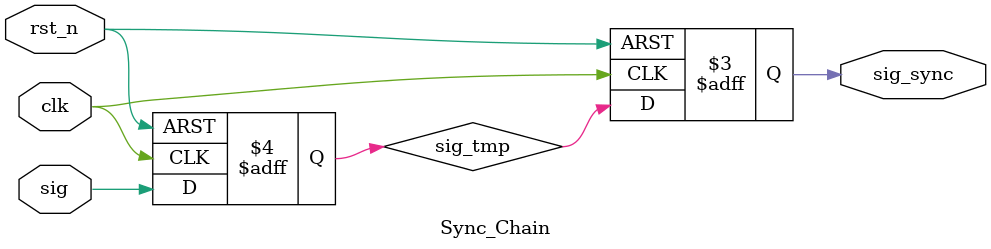
<source format=v>
module Sync_Chain
       (
           // 同步时钟
           input clk,
           // 复位信号
           input rst_n,
           
           // 输入信号
           input sig,
           
           // 同步信号
           output reg sig_sync
       );
       
// 锁存两次，防止亚稳态
// 多用于异步信号

// wire

// reg
reg sig_tmp;

// 锁存
always@(posedge clk or negedge rst_n)
begin
	if (!rst_n)
	begin
		sig_tmp <= 1'd0;
		sig_sync <= 1'd0;
	end
	else
	begin
		sig_tmp <= sig;
		sig_sync <= sig_tmp;
	end
end

endmodule

</source>
